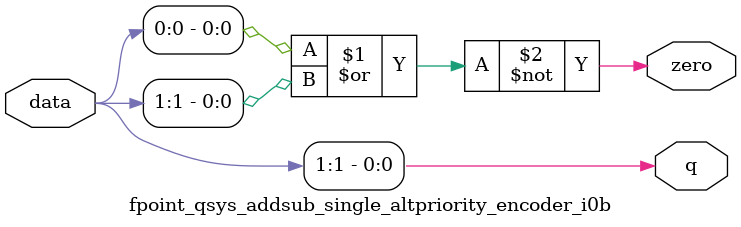
<source format=v>
module  fpoint_qsys_addsub_single_altpriority_encoder_i0b
	( 
	data,
	q,
	zero) ;
	input   [1:0]  data;
	output   [0:0]  q;
	output   zero;
	assign
		q = {data[1]},
		zero = (~ (data[0] | data[1]));
endmodule
</source>
